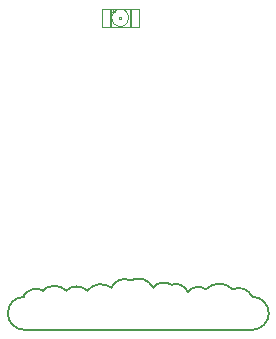
<source format=gto>
G04 (created by PCBNEW (22-Jun-2014 BZR 4027)-stable) date Wed 23 Nov 2016 09:46:48 GMT*
%MOIN*%
G04 Gerber Fmt 3.4, Leading zero omitted, Abs format*
%FSLAX34Y34*%
G01*
G70*
G90*
G04 APERTURE LIST*
%ADD10C,0.00590551*%
%ADD11C,0.00787402*%
%ADD12C,0.0026*%
%ADD13C,0.004*%
G04 APERTURE END LIST*
G54D10*
G54D11*
X74700Y-56500D02*
X82300Y-56500D01*
X75350Y-55200D02*
G75*
G03X74650Y-55399I-250J-449D01*
G74*
G01*
X76099Y-55200D02*
G75*
G03X75300Y-55200I-399J-399D01*
G74*
G01*
X76799Y-55200D02*
G75*
G03X76100Y-55200I-349J-349D01*
G74*
G01*
X77600Y-55100D02*
G75*
G03X76800Y-55199I-350J-449D01*
G74*
G01*
X78250Y-54850D02*
G75*
G03X77600Y-55099I-200J-449D01*
G74*
G01*
X78999Y-55099D02*
G75*
G03X78249Y-54850I-499J-250D01*
G74*
G01*
X79599Y-54999D02*
G75*
G03X78999Y-55100I-249J-350D01*
G74*
G01*
X80149Y-55249D02*
G75*
G03X79599Y-55000I-399J-150D01*
G74*
G01*
X80749Y-55149D02*
G75*
G03X80149Y-55250I-249J-350D01*
G74*
G01*
X81650Y-55150D02*
G75*
G03X80750Y-55150I-450J-450D01*
G74*
G01*
X82299Y-55399D02*
G75*
G03X81649Y-55150I-449J-200D01*
G74*
G01*
X74150Y-55950D02*
G75*
G03X74700Y-56500I550J0D01*
G74*
G01*
X74700Y-55400D02*
G75*
G03X74150Y-55950I0J-550D01*
G74*
G01*
X82300Y-56500D02*
G75*
G03X82850Y-55950I0J550D01*
G74*
G01*
X82850Y-55950D02*
G75*
G03X82300Y-55400I-550J0D01*
G74*
G01*
G54D12*
X77939Y-46061D02*
X77861Y-46061D01*
X77861Y-46061D02*
X77861Y-46139D01*
X77939Y-46139D02*
X77861Y-46139D01*
X77939Y-46061D02*
X77939Y-46139D01*
X77723Y-45825D02*
X77586Y-45825D01*
X77586Y-45825D02*
X77586Y-45923D01*
X77723Y-45923D02*
X77586Y-45923D01*
X77723Y-45825D02*
X77723Y-45923D01*
X77586Y-45825D02*
X77546Y-45825D01*
X77546Y-45825D02*
X77546Y-46296D01*
X77586Y-46296D02*
X77546Y-46296D01*
X77586Y-45825D02*
X77586Y-46296D01*
X77586Y-46316D02*
X77546Y-46316D01*
X77546Y-46316D02*
X77546Y-46375D01*
X77586Y-46375D02*
X77546Y-46375D01*
X77586Y-46316D02*
X77586Y-46375D01*
X78254Y-45825D02*
X78214Y-45825D01*
X78214Y-45825D02*
X78214Y-46296D01*
X78254Y-46296D02*
X78214Y-46296D01*
X78254Y-45825D02*
X78254Y-46296D01*
X78254Y-46316D02*
X78214Y-46316D01*
X78214Y-46316D02*
X78214Y-46375D01*
X78254Y-46375D02*
X78214Y-46375D01*
X78254Y-46316D02*
X78254Y-46375D01*
X77723Y-45825D02*
X77664Y-45825D01*
X77664Y-45825D02*
X77664Y-45923D01*
X77723Y-45923D02*
X77664Y-45923D01*
X77723Y-45825D02*
X77723Y-45923D01*
G54D13*
X77290Y-45805D02*
X78510Y-45805D01*
X78510Y-45805D02*
X78510Y-46395D01*
X78510Y-46395D02*
X77290Y-46395D01*
X77290Y-46395D02*
X77290Y-45805D01*
X78115Y-45903D02*
G75*
G03X77683Y-45904I-215J-196D01*
G74*
G01*
X78115Y-46296D02*
G75*
G03X78116Y-45904I-215J196D01*
G74*
G01*
X77684Y-46296D02*
G75*
G03X78116Y-46295I215J196D01*
G74*
G01*
X77684Y-45903D02*
G75*
G03X77683Y-46295I215J-196D01*
G74*
G01*
M02*

</source>
